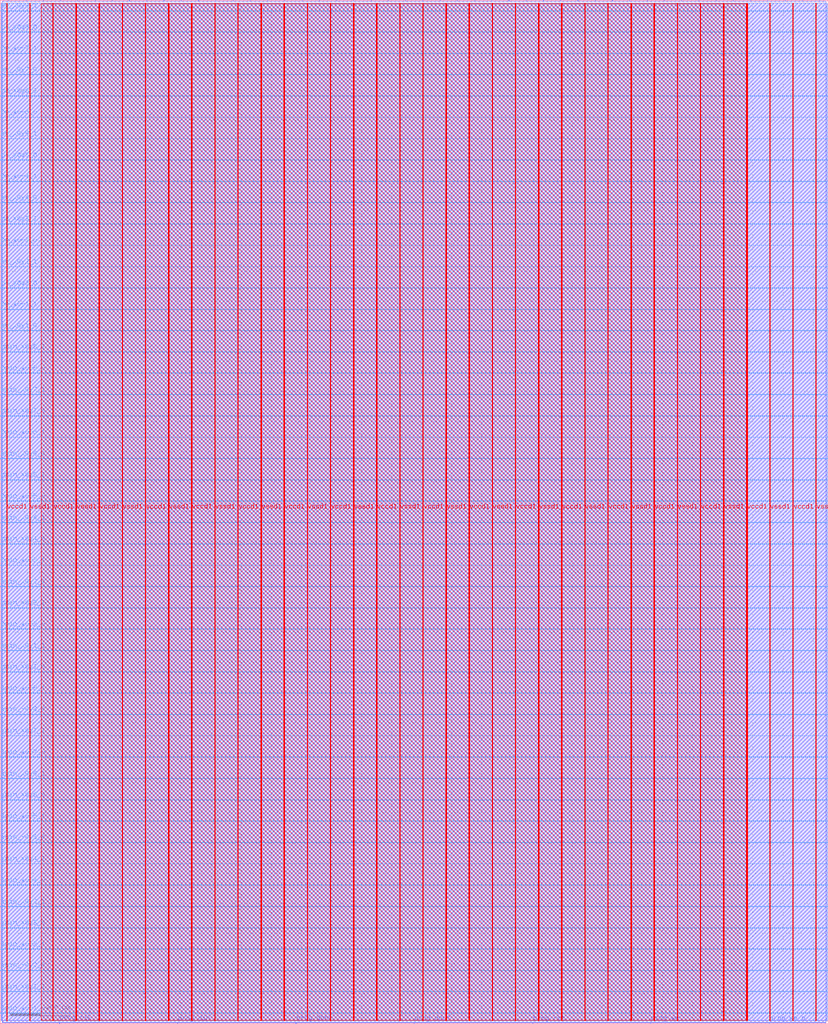
<source format=lef>
VERSION 5.7 ;
  NOWIREEXTENSIONATPIN ON ;
  DIVIDERCHAR "/" ;
  BUSBITCHARS "[]" ;
MACRO top
  CLASS BLOCK ;
  FOREIGN top ;
  ORIGIN 0.000 0.000 ;
  SIZE 2750.000 BY 3400.000 ;
  PIN ipin_x0y1_0
    DIRECTION INPUT ;
    USE SIGNAL ;
    PORT
      LAYER met3 ;
        RECT 0.000 35.400 4.000 36.000 ;
    END
  END ipin_x0y1_0
  PIN ipin_x0y1_1
    DIRECTION INPUT ;
    USE SIGNAL ;
    PORT
      LAYER met3 ;
        RECT 0.000 106.120 4.000 106.720 ;
    END
  END ipin_x0y1_1
  PIN ipin_x0y2_0
    DIRECTION INPUT ;
    USE SIGNAL ;
    PORT
      LAYER met3 ;
        RECT 0.000 176.840 4.000 177.440 ;
    END
  END ipin_x0y2_0
  PIN ipin_x0y2_1
    DIRECTION INPUT ;
    USE SIGNAL ;
    PORT
      LAYER met3 ;
        RECT 0.000 247.560 4.000 248.160 ;
    END
  END ipin_x0y2_1
  PIN ipin_x0y3_0
    DIRECTION INPUT ;
    USE SIGNAL ;
    PORT
      LAYER met3 ;
        RECT 0.000 318.280 4.000 318.880 ;
    END
  END ipin_x0y3_0
  PIN ipin_x0y3_1
    DIRECTION INPUT ;
    USE SIGNAL ;
    PORT
      LAYER met3 ;
        RECT 0.000 389.000 4.000 389.600 ;
    END
  END ipin_x0y3_1
  PIN ipin_x0y4_0
    DIRECTION INPUT ;
    USE SIGNAL ;
    PORT
      LAYER met3 ;
        RECT 0.000 460.400 4.000 461.000 ;
    END
  END ipin_x0y4_0
  PIN ipin_x0y4_1
    DIRECTION INPUT ;
    USE SIGNAL ;
    PORT
      LAYER met3 ;
        RECT 0.000 531.120 4.000 531.720 ;
    END
  END ipin_x0y4_1
  PIN ipin_x0y5_0
    DIRECTION INPUT ;
    USE SIGNAL ;
    PORT
      LAYER met3 ;
        RECT 0.000 601.840 4.000 602.440 ;
    END
  END ipin_x0y5_0
  PIN ipin_x0y5_1
    DIRECTION INPUT ;
    USE SIGNAL ;
    PORT
      LAYER met3 ;
        RECT 0.000 672.560 4.000 673.160 ;
    END
  END ipin_x0y5_1
  PIN ipin_x0y6_0
    DIRECTION INPUT ;
    USE SIGNAL ;
    PORT
      LAYER met3 ;
        RECT 0.000 743.280 4.000 743.880 ;
    END
  END ipin_x0y6_0
  PIN ipin_x0y6_1
    DIRECTION INPUT ;
    USE SIGNAL ;
    PORT
      LAYER met3 ;
        RECT 0.000 814.000 4.000 814.600 ;
    END
  END ipin_x0y6_1
  PIN ipin_x0y7_0
    DIRECTION INPUT ;
    USE SIGNAL ;
    PORT
      LAYER met3 ;
        RECT 0.000 885.400 4.000 886.000 ;
    END
  END ipin_x0y7_0
  PIN ipin_x0y7_1
    DIRECTION INPUT ;
    USE SIGNAL ;
    PORT
      LAYER met3 ;
        RECT 0.000 956.120 4.000 956.720 ;
    END
  END ipin_x0y7_1
  PIN ipin_x0y8_0
    DIRECTION INPUT ;
    USE SIGNAL ;
    PORT
      LAYER met3 ;
        RECT 0.000 1026.840 4.000 1027.440 ;
    END
  END ipin_x0y8_0
  PIN ipin_x0y8_1
    DIRECTION INPUT ;
    USE SIGNAL ;
    PORT
      LAYER met3 ;
        RECT 0.000 1097.560 4.000 1098.160 ;
    END
  END ipin_x0y8_1
  PIN ipin_x1y9_0
    DIRECTION INPUT ;
    USE SIGNAL ;
    PORT
      LAYER met2 ;
        RECT 28.610 3396.000 28.890 3400.000 ;
    END
  END ipin_x1y9_0
  PIN ipin_x1y9_1
    DIRECTION INPUT ;
    USE SIGNAL ;
    PORT
      LAYER met2 ;
        RECT 85.650 3396.000 85.930 3400.000 ;
    END
  END ipin_x1y9_1
  PIN ipin_x2y9_0
    DIRECTION INPUT ;
    USE SIGNAL ;
    PORT
      LAYER met2 ;
        RECT 143.150 3396.000 143.430 3400.000 ;
    END
  END ipin_x2y9_0
  PIN ipin_x2y9_1
    DIRECTION INPUT ;
    USE SIGNAL ;
    PORT
      LAYER met2 ;
        RECT 200.190 3396.000 200.470 3400.000 ;
    END
  END ipin_x2y9_1
  PIN ipin_x3y9_0
    DIRECTION INPUT ;
    USE SIGNAL ;
    PORT
      LAYER met2 ;
        RECT 257.690 3396.000 257.970 3400.000 ;
    END
  END ipin_x3y9_0
  PIN ipin_x3y9_1
    DIRECTION INPUT ;
    USE SIGNAL ;
    PORT
      LAYER met2 ;
        RECT 314.730 3396.000 315.010 3400.000 ;
    END
  END ipin_x3y9_1
  PIN ipin_x4y9_0
    DIRECTION INPUT ;
    USE SIGNAL ;
    PORT
      LAYER met2 ;
        RECT 372.230 3396.000 372.510 3400.000 ;
    END
  END ipin_x4y9_0
  PIN ipin_x4y9_1
    DIRECTION INPUT ;
    USE SIGNAL ;
    PORT
      LAYER met2 ;
        RECT 429.270 3396.000 429.550 3400.000 ;
    END
  END ipin_x4y9_1
  PIN ipin_x5y9_0
    DIRECTION INPUT ;
    USE SIGNAL ;
    PORT
      LAYER met2 ;
        RECT 486.770 3396.000 487.050 3400.000 ;
    END
  END ipin_x5y9_0
  PIN ipin_x5y9_1
    DIRECTION INPUT ;
    USE SIGNAL ;
    PORT
      LAYER met2 ;
        RECT 543.810 3396.000 544.090 3400.000 ;
    END
  END ipin_x5y9_1
  PIN ipin_x6y9_0
    DIRECTION INPUT ;
    USE SIGNAL ;
    PORT
      LAYER met2 ;
        RECT 601.310 3396.000 601.590 3400.000 ;
    END
  END ipin_x6y9_0
  PIN ipin_x6y9_1
    DIRECTION INPUT ;
    USE SIGNAL ;
    PORT
      LAYER met2 ;
        RECT 658.350 3396.000 658.630 3400.000 ;
    END
  END ipin_x6y9_1
  PIN ipin_x7y9_0
    DIRECTION INPUT ;
    USE SIGNAL ;
    PORT
      LAYER met2 ;
        RECT 715.850 3396.000 716.130 3400.000 ;
    END
  END ipin_x7y9_0
  PIN ipin_x7y9_1
    DIRECTION INPUT ;
    USE SIGNAL ;
    PORT
      LAYER met2 ;
        RECT 773.350 3396.000 773.630 3400.000 ;
    END
  END ipin_x7y9_1
  PIN ipin_x8y9_0
    DIRECTION INPUT ;
    USE SIGNAL ;
    PORT
      LAYER met2 ;
        RECT 830.390 3396.000 830.670 3400.000 ;
    END
  END ipin_x8y9_0
  PIN ipin_x8y9_1
    DIRECTION INPUT ;
    USE SIGNAL ;
    PORT
      LAYER met2 ;
        RECT 887.890 3396.000 888.170 3400.000 ;
    END
  END ipin_x8y9_1
  PIN ipin_x9y1_0
    DIRECTION INPUT ;
    USE SIGNAL ;
    PORT
      LAYER met3 ;
        RECT 2746.000 35.400 2750.000 36.000 ;
    END
  END ipin_x9y1_0
  PIN ipin_x9y1_1
    DIRECTION INPUT ;
    USE SIGNAL ;
    PORT
      LAYER met3 ;
        RECT 2746.000 106.120 2750.000 106.720 ;
    END
  END ipin_x9y1_1
  PIN ipin_x9y2_0
    DIRECTION INPUT ;
    USE SIGNAL ;
    PORT
      LAYER met3 ;
        RECT 2746.000 176.840 2750.000 177.440 ;
    END
  END ipin_x9y2_0
  PIN ipin_x9y2_1
    DIRECTION INPUT ;
    USE SIGNAL ;
    PORT
      LAYER met3 ;
        RECT 2746.000 247.560 2750.000 248.160 ;
    END
  END ipin_x9y2_1
  PIN ipin_x9y3_0
    DIRECTION INPUT ;
    USE SIGNAL ;
    PORT
      LAYER met3 ;
        RECT 2746.000 318.280 2750.000 318.880 ;
    END
  END ipin_x9y3_0
  PIN ipin_x9y3_1
    DIRECTION INPUT ;
    USE SIGNAL ;
    PORT
      LAYER met3 ;
        RECT 2746.000 389.000 2750.000 389.600 ;
    END
  END ipin_x9y3_1
  PIN ipin_x9y4_0
    DIRECTION INPUT ;
    USE SIGNAL ;
    PORT
      LAYER met3 ;
        RECT 2746.000 460.400 2750.000 461.000 ;
    END
  END ipin_x9y4_0
  PIN ipin_x9y4_1
    DIRECTION INPUT ;
    USE SIGNAL ;
    PORT
      LAYER met3 ;
        RECT 2746.000 531.120 2750.000 531.720 ;
    END
  END ipin_x9y4_1
  PIN ipin_x9y5_0
    DIRECTION INPUT ;
    USE SIGNAL ;
    PORT
      LAYER met3 ;
        RECT 2746.000 601.840 2750.000 602.440 ;
    END
  END ipin_x9y5_0
  PIN ipin_x9y5_1
    DIRECTION INPUT ;
    USE SIGNAL ;
    PORT
      LAYER met3 ;
        RECT 2746.000 672.560 2750.000 673.160 ;
    END
  END ipin_x9y5_1
  PIN ipin_x9y6_0
    DIRECTION INPUT ;
    USE SIGNAL ;
    PORT
      LAYER met3 ;
        RECT 2746.000 743.280 2750.000 743.880 ;
    END
  END ipin_x9y6_0
  PIN ipin_x9y6_1
    DIRECTION INPUT ;
    USE SIGNAL ;
    PORT
      LAYER met3 ;
        RECT 2746.000 814.000 2750.000 814.600 ;
    END
  END ipin_x9y6_1
  PIN ipin_x9y7_0
    DIRECTION INPUT ;
    USE SIGNAL ;
    PORT
      LAYER met3 ;
        RECT 2746.000 885.400 2750.000 886.000 ;
    END
  END ipin_x9y7_0
  PIN ipin_x9y7_1
    DIRECTION INPUT ;
    USE SIGNAL ;
    PORT
      LAYER met3 ;
        RECT 2746.000 956.120 2750.000 956.720 ;
    END
  END ipin_x9y7_1
  PIN ipin_x9y8_0
    DIRECTION INPUT ;
    USE SIGNAL ;
    PORT
      LAYER met3 ;
        RECT 2746.000 1026.840 2750.000 1027.440 ;
    END
  END ipin_x9y8_0
  PIN ipin_x9y8_1
    DIRECTION INPUT ;
    USE SIGNAL ;
    PORT
      LAYER met3 ;
        RECT 2746.000 1097.560 2750.000 1098.160 ;
    END
  END ipin_x9y8_1
  PIN oe_x0y1_0
    DIRECTION OUTPUT TRISTATE ;
    USE SIGNAL ;
    PORT
      LAYER met3 ;
        RECT 0.000 2301.840 4.000 2302.440 ;
    END
  END oe_x0y1_0
  PIN oe_x0y1_1
    DIRECTION OUTPUT TRISTATE ;
    USE SIGNAL ;
    PORT
      LAYER met3 ;
        RECT 0.000 2372.560 4.000 2373.160 ;
    END
  END oe_x0y1_1
  PIN oe_x0y2_0
    DIRECTION OUTPUT TRISTATE ;
    USE SIGNAL ;
    PORT
      LAYER met3 ;
        RECT 0.000 2443.280 4.000 2443.880 ;
    END
  END oe_x0y2_0
  PIN oe_x0y2_1
    DIRECTION OUTPUT TRISTATE ;
    USE SIGNAL ;
    PORT
      LAYER met3 ;
        RECT 0.000 2514.000 4.000 2514.600 ;
    END
  END oe_x0y2_1
  PIN oe_x0y3_0
    DIRECTION OUTPUT TRISTATE ;
    USE SIGNAL ;
    PORT
      LAYER met3 ;
        RECT 0.000 2585.400 4.000 2586.000 ;
    END
  END oe_x0y3_0
  PIN oe_x0y3_1
    DIRECTION OUTPUT TRISTATE ;
    USE SIGNAL ;
    PORT
      LAYER met3 ;
        RECT 0.000 2656.120 4.000 2656.720 ;
    END
  END oe_x0y3_1
  PIN oe_x0y4_0
    DIRECTION OUTPUT TRISTATE ;
    USE SIGNAL ;
    PORT
      LAYER met3 ;
        RECT 0.000 2726.840 4.000 2727.440 ;
    END
  END oe_x0y4_0
  PIN oe_x0y4_1
    DIRECTION OUTPUT TRISTATE ;
    USE SIGNAL ;
    PORT
      LAYER met3 ;
        RECT 0.000 2797.560 4.000 2798.160 ;
    END
  END oe_x0y4_1
  PIN oe_x0y5_0
    DIRECTION OUTPUT TRISTATE ;
    USE SIGNAL ;
    PORT
      LAYER met3 ;
        RECT 0.000 2868.280 4.000 2868.880 ;
    END
  END oe_x0y5_0
  PIN oe_x0y5_1
    DIRECTION OUTPUT TRISTATE ;
    USE SIGNAL ;
    PORT
      LAYER met3 ;
        RECT 0.000 2939.000 4.000 2939.600 ;
    END
  END oe_x0y5_1
  PIN oe_x0y6_0
    DIRECTION OUTPUT TRISTATE ;
    USE SIGNAL ;
    PORT
      LAYER met3 ;
        RECT 0.000 3010.400 4.000 3011.000 ;
    END
  END oe_x0y6_0
  PIN oe_x0y6_1
    DIRECTION OUTPUT TRISTATE ;
    USE SIGNAL ;
    PORT
      LAYER met3 ;
        RECT 0.000 3081.120 4.000 3081.720 ;
    END
  END oe_x0y6_1
  PIN oe_x0y7_0
    DIRECTION OUTPUT TRISTATE ;
    USE SIGNAL ;
    PORT
      LAYER met3 ;
        RECT 0.000 3151.840 4.000 3152.440 ;
    END
  END oe_x0y7_0
  PIN oe_x0y7_1
    DIRECTION OUTPUT TRISTATE ;
    USE SIGNAL ;
    PORT
      LAYER met3 ;
        RECT 0.000 3222.560 4.000 3223.160 ;
    END
  END oe_x0y7_1
  PIN oe_x0y8_0
    DIRECTION OUTPUT TRISTATE ;
    USE SIGNAL ;
    PORT
      LAYER met3 ;
        RECT 0.000 3293.280 4.000 3293.880 ;
    END
  END oe_x0y8_0
  PIN oe_x0y8_1
    DIRECTION OUTPUT TRISTATE ;
    USE SIGNAL ;
    PORT
      LAYER met3 ;
        RECT 0.000 3364.000 4.000 3364.600 ;
    END
  END oe_x0y8_1
  PIN oe_x1y9_0
    DIRECTION OUTPUT TRISTATE ;
    USE SIGNAL ;
    PORT
      LAYER met2 ;
        RECT 1861.710 3396.000 1861.990 3400.000 ;
    END
  END oe_x1y9_0
  PIN oe_x1y9_1
    DIRECTION OUTPUT TRISTATE ;
    USE SIGNAL ;
    PORT
      LAYER met2 ;
        RECT 1918.750 3396.000 1919.030 3400.000 ;
    END
  END oe_x1y9_1
  PIN oe_x2y9_0
    DIRECTION OUTPUT TRISTATE ;
    USE SIGNAL ;
    PORT
      LAYER met2 ;
        RECT 1976.250 3396.000 1976.530 3400.000 ;
    END
  END oe_x2y9_0
  PIN oe_x2y9_1
    DIRECTION OUTPUT TRISTATE ;
    USE SIGNAL ;
    PORT
      LAYER met2 ;
        RECT 2033.290 3396.000 2033.570 3400.000 ;
    END
  END oe_x2y9_1
  PIN oe_x3y9_0
    DIRECTION OUTPUT TRISTATE ;
    USE SIGNAL ;
    PORT
      LAYER met2 ;
        RECT 2090.790 3396.000 2091.070 3400.000 ;
    END
  END oe_x3y9_0
  PIN oe_x3y9_1
    DIRECTION OUTPUT TRISTATE ;
    USE SIGNAL ;
    PORT
      LAYER met2 ;
        RECT 2148.290 3396.000 2148.570 3400.000 ;
    END
  END oe_x3y9_1
  PIN oe_x4y9_0
    DIRECTION OUTPUT TRISTATE ;
    USE SIGNAL ;
    PORT
      LAYER met2 ;
        RECT 2205.330 3396.000 2205.610 3400.000 ;
    END
  END oe_x4y9_0
  PIN oe_x4y9_1
    DIRECTION OUTPUT TRISTATE ;
    USE SIGNAL ;
    PORT
      LAYER met2 ;
        RECT 2262.830 3396.000 2263.110 3400.000 ;
    END
  END oe_x4y9_1
  PIN oe_x5y9_0
    DIRECTION OUTPUT TRISTATE ;
    USE SIGNAL ;
    PORT
      LAYER met2 ;
        RECT 2319.870 3396.000 2320.150 3400.000 ;
    END
  END oe_x5y9_0
  PIN oe_x5y9_1
    DIRECTION OUTPUT TRISTATE ;
    USE SIGNAL ;
    PORT
      LAYER met2 ;
        RECT 2377.370 3396.000 2377.650 3400.000 ;
    END
  END oe_x5y9_1
  PIN oe_x6y9_0
    DIRECTION OUTPUT TRISTATE ;
    USE SIGNAL ;
    PORT
      LAYER met2 ;
        RECT 2434.410 3396.000 2434.690 3400.000 ;
    END
  END oe_x6y9_0
  PIN oe_x6y9_1
    DIRECTION OUTPUT TRISTATE ;
    USE SIGNAL ;
    PORT
      LAYER met2 ;
        RECT 2491.910 3396.000 2492.190 3400.000 ;
    END
  END oe_x6y9_1
  PIN oe_x7y9_0
    DIRECTION OUTPUT TRISTATE ;
    USE SIGNAL ;
    PORT
      LAYER met2 ;
        RECT 2548.950 3396.000 2549.230 3400.000 ;
    END
  END oe_x7y9_0
  PIN oe_x7y9_1
    DIRECTION OUTPUT TRISTATE ;
    USE SIGNAL ;
    PORT
      LAYER met2 ;
        RECT 2606.450 3396.000 2606.730 3400.000 ;
    END
  END oe_x7y9_1
  PIN oe_x8y9_0
    DIRECTION OUTPUT TRISTATE ;
    USE SIGNAL ;
    PORT
      LAYER met2 ;
        RECT 2663.490 3396.000 2663.770 3400.000 ;
    END
  END oe_x8y9_0
  PIN oe_x8y9_1
    DIRECTION OUTPUT TRISTATE ;
    USE SIGNAL ;
    PORT
      LAYER met2 ;
        RECT 2720.990 3396.000 2721.270 3400.000 ;
    END
  END oe_x8y9_1
  PIN oe_x9y1_0
    DIRECTION OUTPUT TRISTATE ;
    USE SIGNAL ;
    PORT
      LAYER met3 ;
        RECT 2746.000 2301.840 2750.000 2302.440 ;
    END
  END oe_x9y1_0
  PIN oe_x9y1_1
    DIRECTION OUTPUT TRISTATE ;
    USE SIGNAL ;
    PORT
      LAYER met3 ;
        RECT 2746.000 2372.560 2750.000 2373.160 ;
    END
  END oe_x9y1_1
  PIN oe_x9y2_0
    DIRECTION OUTPUT TRISTATE ;
    USE SIGNAL ;
    PORT
      LAYER met3 ;
        RECT 2746.000 2443.280 2750.000 2443.880 ;
    END
  END oe_x9y2_0
  PIN oe_x9y2_1
    DIRECTION OUTPUT TRISTATE ;
    USE SIGNAL ;
    PORT
      LAYER met3 ;
        RECT 2746.000 2514.000 2750.000 2514.600 ;
    END
  END oe_x9y2_1
  PIN oe_x9y3_0
    DIRECTION OUTPUT TRISTATE ;
    USE SIGNAL ;
    PORT
      LAYER met3 ;
        RECT 2746.000 2585.400 2750.000 2586.000 ;
    END
  END oe_x9y3_0
  PIN oe_x9y3_1
    DIRECTION OUTPUT TRISTATE ;
    USE SIGNAL ;
    PORT
      LAYER met3 ;
        RECT 2746.000 2656.120 2750.000 2656.720 ;
    END
  END oe_x9y3_1
  PIN oe_x9y4_0
    DIRECTION OUTPUT TRISTATE ;
    USE SIGNAL ;
    PORT
      LAYER met3 ;
        RECT 2746.000 2726.840 2750.000 2727.440 ;
    END
  END oe_x9y4_0
  PIN oe_x9y4_1
    DIRECTION OUTPUT TRISTATE ;
    USE SIGNAL ;
    PORT
      LAYER met3 ;
        RECT 2746.000 2797.560 2750.000 2798.160 ;
    END
  END oe_x9y4_1
  PIN oe_x9y5_0
    DIRECTION OUTPUT TRISTATE ;
    USE SIGNAL ;
    PORT
      LAYER met3 ;
        RECT 2746.000 2868.280 2750.000 2868.880 ;
    END
  END oe_x9y5_0
  PIN oe_x9y5_1
    DIRECTION OUTPUT TRISTATE ;
    USE SIGNAL ;
    PORT
      LAYER met3 ;
        RECT 2746.000 2939.000 2750.000 2939.600 ;
    END
  END oe_x9y5_1
  PIN oe_x9y6_0
    DIRECTION OUTPUT TRISTATE ;
    USE SIGNAL ;
    PORT
      LAYER met3 ;
        RECT 2746.000 3010.400 2750.000 3011.000 ;
    END
  END oe_x9y6_0
  PIN oe_x9y6_1
    DIRECTION OUTPUT TRISTATE ;
    USE SIGNAL ;
    PORT
      LAYER met3 ;
        RECT 2746.000 3081.120 2750.000 3081.720 ;
    END
  END oe_x9y6_1
  PIN oe_x9y7_0
    DIRECTION OUTPUT TRISTATE ;
    USE SIGNAL ;
    PORT
      LAYER met3 ;
        RECT 2746.000 3151.840 2750.000 3152.440 ;
    END
  END oe_x9y7_0
  PIN oe_x9y7_1
    DIRECTION OUTPUT TRISTATE ;
    USE SIGNAL ;
    PORT
      LAYER met3 ;
        RECT 2746.000 3222.560 2750.000 3223.160 ;
    END
  END oe_x9y7_1
  PIN oe_x9y8_0
    DIRECTION OUTPUT TRISTATE ;
    USE SIGNAL ;
    PORT
      LAYER met3 ;
        RECT 2746.000 3293.280 2750.000 3293.880 ;
    END
  END oe_x9y8_0
  PIN oe_x9y8_1
    DIRECTION OUTPUT TRISTATE ;
    USE SIGNAL ;
    PORT
      LAYER met3 ;
        RECT 2746.000 3364.000 2750.000 3364.600 ;
    END
  END oe_x9y8_1
  PIN opin_x0y1_0
    DIRECTION OUTPUT TRISTATE ;
    USE SIGNAL ;
    PORT
      LAYER met3 ;
        RECT 0.000 1168.280 4.000 1168.880 ;
    END
  END opin_x0y1_0
  PIN opin_x0y1_1
    DIRECTION OUTPUT TRISTATE ;
    USE SIGNAL ;
    PORT
      LAYER met3 ;
        RECT 0.000 1239.000 4.000 1239.600 ;
    END
  END opin_x0y1_1
  PIN opin_x0y2_0
    DIRECTION OUTPUT TRISTATE ;
    USE SIGNAL ;
    PORT
      LAYER met3 ;
        RECT 0.000 1310.400 4.000 1311.000 ;
    END
  END opin_x0y2_0
  PIN opin_x0y2_1
    DIRECTION OUTPUT TRISTATE ;
    USE SIGNAL ;
    PORT
      LAYER met3 ;
        RECT 0.000 1381.120 4.000 1381.720 ;
    END
  END opin_x0y2_1
  PIN opin_x0y3_0
    DIRECTION OUTPUT TRISTATE ;
    USE SIGNAL ;
    PORT
      LAYER met3 ;
        RECT 0.000 1451.840 4.000 1452.440 ;
    END
  END opin_x0y3_0
  PIN opin_x0y3_1
    DIRECTION OUTPUT TRISTATE ;
    USE SIGNAL ;
    PORT
      LAYER met3 ;
        RECT 0.000 1522.560 4.000 1523.160 ;
    END
  END opin_x0y3_1
  PIN opin_x0y4_0
    DIRECTION OUTPUT TRISTATE ;
    USE SIGNAL ;
    PORT
      LAYER met3 ;
        RECT 0.000 1593.280 4.000 1593.880 ;
    END
  END opin_x0y4_0
  PIN opin_x0y4_1
    DIRECTION OUTPUT TRISTATE ;
    USE SIGNAL ;
    PORT
      LAYER met3 ;
        RECT 0.000 1664.000 4.000 1664.600 ;
    END
  END opin_x0y4_1
  PIN opin_x0y5_0
    DIRECTION OUTPUT TRISTATE ;
    USE SIGNAL ;
    PORT
      LAYER met3 ;
        RECT 0.000 1735.400 4.000 1736.000 ;
    END
  END opin_x0y5_0
  PIN opin_x0y5_1
    DIRECTION OUTPUT TRISTATE ;
    USE SIGNAL ;
    PORT
      LAYER met3 ;
        RECT 0.000 1806.120 4.000 1806.720 ;
    END
  END opin_x0y5_1
  PIN opin_x0y6_0
    DIRECTION OUTPUT TRISTATE ;
    USE SIGNAL ;
    PORT
      LAYER met3 ;
        RECT 0.000 1876.840 4.000 1877.440 ;
    END
  END opin_x0y6_0
  PIN opin_x0y6_1
    DIRECTION OUTPUT TRISTATE ;
    USE SIGNAL ;
    PORT
      LAYER met3 ;
        RECT 0.000 1947.560 4.000 1948.160 ;
    END
  END opin_x0y6_1
  PIN opin_x0y7_0
    DIRECTION OUTPUT TRISTATE ;
    USE SIGNAL ;
    PORT
      LAYER met3 ;
        RECT 0.000 2018.280 4.000 2018.880 ;
    END
  END opin_x0y7_0
  PIN opin_x0y7_1
    DIRECTION OUTPUT TRISTATE ;
    USE SIGNAL ;
    PORT
      LAYER met3 ;
        RECT 0.000 2089.000 4.000 2089.600 ;
    END
  END opin_x0y7_1
  PIN opin_x0y8_0
    DIRECTION OUTPUT TRISTATE ;
    USE SIGNAL ;
    PORT
      LAYER met3 ;
        RECT 0.000 2160.400 4.000 2161.000 ;
    END
  END opin_x0y8_0
  PIN opin_x0y8_1
    DIRECTION OUTPUT TRISTATE ;
    USE SIGNAL ;
    PORT
      LAYER met3 ;
        RECT 0.000 2231.120 4.000 2231.720 ;
    END
  END opin_x0y8_1
  PIN opin_x1y9_0
    DIRECTION OUTPUT TRISTATE ;
    USE SIGNAL ;
    PORT
      LAYER met2 ;
        RECT 944.930 3396.000 945.210 3400.000 ;
    END
  END opin_x1y9_0
  PIN opin_x1y9_1
    DIRECTION OUTPUT TRISTATE ;
    USE SIGNAL ;
    PORT
      LAYER met2 ;
        RECT 1002.430 3396.000 1002.710 3400.000 ;
    END
  END opin_x1y9_1
  PIN opin_x2y9_0
    DIRECTION OUTPUT TRISTATE ;
    USE SIGNAL ;
    PORT
      LAYER met2 ;
        RECT 1059.470 3396.000 1059.750 3400.000 ;
    END
  END opin_x2y9_0
  PIN opin_x2y9_1
    DIRECTION OUTPUT TRISTATE ;
    USE SIGNAL ;
    PORT
      LAYER met2 ;
        RECT 1116.970 3396.000 1117.250 3400.000 ;
    END
  END opin_x2y9_1
  PIN opin_x3y9_0
    DIRECTION OUTPUT TRISTATE ;
    USE SIGNAL ;
    PORT
      LAYER met2 ;
        RECT 1174.010 3396.000 1174.290 3400.000 ;
    END
  END opin_x3y9_0
  PIN opin_x3y9_1
    DIRECTION OUTPUT TRISTATE ;
    USE SIGNAL ;
    PORT
      LAYER met2 ;
        RECT 1231.510 3396.000 1231.790 3400.000 ;
    END
  END opin_x3y9_1
  PIN opin_x4y9_0
    DIRECTION OUTPUT TRISTATE ;
    USE SIGNAL ;
    PORT
      LAYER met2 ;
        RECT 1288.550 3396.000 1288.830 3400.000 ;
    END
  END opin_x4y9_0
  PIN opin_x4y9_1
    DIRECTION OUTPUT TRISTATE ;
    USE SIGNAL ;
    PORT
      LAYER met2 ;
        RECT 1346.050 3396.000 1346.330 3400.000 ;
    END
  END opin_x4y9_1
  PIN opin_x5y9_0
    DIRECTION OUTPUT TRISTATE ;
    USE SIGNAL ;
    PORT
      LAYER met2 ;
        RECT 1403.550 3396.000 1403.830 3400.000 ;
    END
  END opin_x5y9_0
  PIN opin_x5y9_1
    DIRECTION OUTPUT TRISTATE ;
    USE SIGNAL ;
    PORT
      LAYER met2 ;
        RECT 1460.590 3396.000 1460.870 3400.000 ;
    END
  END opin_x5y9_1
  PIN opin_x6y9_0
    DIRECTION OUTPUT TRISTATE ;
    USE SIGNAL ;
    PORT
      LAYER met2 ;
        RECT 1518.090 3396.000 1518.370 3400.000 ;
    END
  END opin_x6y9_0
  PIN opin_x6y9_1
    DIRECTION OUTPUT TRISTATE ;
    USE SIGNAL ;
    PORT
      LAYER met2 ;
        RECT 1575.130 3396.000 1575.410 3400.000 ;
    END
  END opin_x6y9_1
  PIN opin_x7y9_0
    DIRECTION OUTPUT TRISTATE ;
    USE SIGNAL ;
    PORT
      LAYER met2 ;
        RECT 1632.630 3396.000 1632.910 3400.000 ;
    END
  END opin_x7y9_0
  PIN opin_x7y9_1
    DIRECTION OUTPUT TRISTATE ;
    USE SIGNAL ;
    PORT
      LAYER met2 ;
        RECT 1689.670 3396.000 1689.950 3400.000 ;
    END
  END opin_x7y9_1
  PIN opin_x8y9_0
    DIRECTION OUTPUT TRISTATE ;
    USE SIGNAL ;
    PORT
      LAYER met2 ;
        RECT 1747.170 3396.000 1747.450 3400.000 ;
    END
  END opin_x8y9_0
  PIN opin_x8y9_1
    DIRECTION OUTPUT TRISTATE ;
    USE SIGNAL ;
    PORT
      LAYER met2 ;
        RECT 1804.210 3396.000 1804.490 3400.000 ;
    END
  END opin_x8y9_1
  PIN opin_x9y1_0
    DIRECTION OUTPUT TRISTATE ;
    USE SIGNAL ;
    PORT
      LAYER met3 ;
        RECT 2746.000 1168.280 2750.000 1168.880 ;
    END
  END opin_x9y1_0
  PIN opin_x9y1_1
    DIRECTION OUTPUT TRISTATE ;
    USE SIGNAL ;
    PORT
      LAYER met3 ;
        RECT 2746.000 1239.000 2750.000 1239.600 ;
    END
  END opin_x9y1_1
  PIN opin_x9y2_0
    DIRECTION OUTPUT TRISTATE ;
    USE SIGNAL ;
    PORT
      LAYER met3 ;
        RECT 2746.000 1310.400 2750.000 1311.000 ;
    END
  END opin_x9y2_0
  PIN opin_x9y2_1
    DIRECTION OUTPUT TRISTATE ;
    USE SIGNAL ;
    PORT
      LAYER met3 ;
        RECT 2746.000 1381.120 2750.000 1381.720 ;
    END
  END opin_x9y2_1
  PIN opin_x9y3_0
    DIRECTION OUTPUT TRISTATE ;
    USE SIGNAL ;
    PORT
      LAYER met3 ;
        RECT 2746.000 1451.840 2750.000 1452.440 ;
    END
  END opin_x9y3_0
  PIN opin_x9y3_1
    DIRECTION OUTPUT TRISTATE ;
    USE SIGNAL ;
    PORT
      LAYER met3 ;
        RECT 2746.000 1522.560 2750.000 1523.160 ;
    END
  END opin_x9y3_1
  PIN opin_x9y4_0
    DIRECTION OUTPUT TRISTATE ;
    USE SIGNAL ;
    PORT
      LAYER met3 ;
        RECT 2746.000 1593.280 2750.000 1593.880 ;
    END
  END opin_x9y4_0
  PIN opin_x9y4_1
    DIRECTION OUTPUT TRISTATE ;
    USE SIGNAL ;
    PORT
      LAYER met3 ;
        RECT 2746.000 1664.000 2750.000 1664.600 ;
    END
  END opin_x9y4_1
  PIN opin_x9y5_0
    DIRECTION OUTPUT TRISTATE ;
    USE SIGNAL ;
    PORT
      LAYER met3 ;
        RECT 2746.000 1735.400 2750.000 1736.000 ;
    END
  END opin_x9y5_0
  PIN opin_x9y5_1
    DIRECTION OUTPUT TRISTATE ;
    USE SIGNAL ;
    PORT
      LAYER met3 ;
        RECT 2746.000 1806.120 2750.000 1806.720 ;
    END
  END opin_x9y5_1
  PIN opin_x9y6_0
    DIRECTION OUTPUT TRISTATE ;
    USE SIGNAL ;
    PORT
      LAYER met3 ;
        RECT 2746.000 1876.840 2750.000 1877.440 ;
    END
  END opin_x9y6_0
  PIN opin_x9y6_1
    DIRECTION OUTPUT TRISTATE ;
    USE SIGNAL ;
    PORT
      LAYER met3 ;
        RECT 2746.000 1947.560 2750.000 1948.160 ;
    END
  END opin_x9y6_1
  PIN opin_x9y7_0
    DIRECTION OUTPUT TRISTATE ;
    USE SIGNAL ;
    PORT
      LAYER met3 ;
        RECT 2746.000 2018.280 2750.000 2018.880 ;
    END
  END opin_x9y7_0
  PIN opin_x9y7_1
    DIRECTION OUTPUT TRISTATE ;
    USE SIGNAL ;
    PORT
      LAYER met3 ;
        RECT 2746.000 2089.000 2750.000 2089.600 ;
    END
  END opin_x9y7_1
  PIN opin_x9y8_0
    DIRECTION OUTPUT TRISTATE ;
    USE SIGNAL ;
    PORT
      LAYER met3 ;
        RECT 2746.000 2160.400 2750.000 2161.000 ;
    END
  END opin_x9y8_0
  PIN opin_x9y8_1
    DIRECTION OUTPUT TRISTATE ;
    USE SIGNAL ;
    PORT
      LAYER met3 ;
        RECT 2746.000 2231.120 2750.000 2231.720 ;
    END
  END opin_x9y8_1
  PIN prog_clk
    DIRECTION INPUT ;
    USE SIGNAL ;
    PORT
      LAYER met2 ;
        RECT 196.510 0.000 196.790 4.000 ;
    END
  END prog_clk
  PIN prog_din
    DIRECTION INPUT ;
    USE SIGNAL ;
    PORT
      LAYER met2 ;
        RECT 589.350 0.000 589.630 4.000 ;
    END
  END prog_din
  PIN prog_done
    DIRECTION INPUT ;
    USE SIGNAL ;
    PORT
      LAYER met2 ;
        RECT 982.190 0.000 982.470 4.000 ;
    END
  END prog_done
  PIN prog_dout
    DIRECTION OUTPUT TRISTATE ;
    USE SIGNAL ;
    PORT
      LAYER met2 ;
        RECT 1375.030 0.000 1375.310 4.000 ;
    END
  END prog_dout
  PIN prog_rst
    DIRECTION INPUT ;
    USE SIGNAL ;
    PORT
      LAYER met2 ;
        RECT 1767.870 0.000 1768.150 4.000 ;
    END
  END prog_rst
  PIN prog_we
    DIRECTION INPUT ;
    USE SIGNAL ;
    PORT
      LAYER met2 ;
        RECT 2160.710 0.000 2160.990 4.000 ;
    END
  END prog_we
  PIN prog_we_o
    DIRECTION OUTPUT TRISTATE ;
    USE SIGNAL ;
    PORT
      LAYER met2 ;
        RECT 2553.550 0.000 2553.830 4.000 ;
    END
  END prog_we_o
  PIN vccd1
    DIRECTION INPUT ;
    USE POWER ;
    PORT
      LAYER met4 ;
        RECT 21.040 10.640 22.640 3389.360 ;
    END
    PORT
      LAYER met4 ;
        RECT 174.640 10.640 176.240 3389.360 ;
    END
    PORT
      LAYER met4 ;
        RECT 328.240 10.640 329.840 3389.360 ;
    END
    PORT
      LAYER met4 ;
        RECT 481.840 10.640 483.440 3389.360 ;
    END
    PORT
      LAYER met4 ;
        RECT 635.440 10.640 637.040 3389.360 ;
    END
    PORT
      LAYER met4 ;
        RECT 789.040 10.640 790.640 3389.360 ;
    END
    PORT
      LAYER met4 ;
        RECT 942.640 10.640 944.240 3389.360 ;
    END
    PORT
      LAYER met4 ;
        RECT 1096.240 10.640 1097.840 3389.360 ;
    END
    PORT
      LAYER met4 ;
        RECT 1249.840 10.640 1251.440 3389.360 ;
    END
    PORT
      LAYER met4 ;
        RECT 1403.440 10.640 1405.040 3389.360 ;
    END
    PORT
      LAYER met4 ;
        RECT 1557.040 10.640 1558.640 3389.360 ;
    END
    PORT
      LAYER met4 ;
        RECT 1710.640 10.640 1712.240 3389.360 ;
    END
    PORT
      LAYER met4 ;
        RECT 1864.240 10.640 1865.840 3389.360 ;
    END
    PORT
      LAYER met4 ;
        RECT 2017.840 10.640 2019.440 3389.360 ;
    END
    PORT
      LAYER met4 ;
        RECT 2171.440 10.640 2173.040 3389.360 ;
    END
    PORT
      LAYER met4 ;
        RECT 2325.040 10.640 2326.640 3389.360 ;
    END
    PORT
      LAYER met4 ;
        RECT 2478.640 10.640 2480.240 3389.360 ;
    END
    PORT
      LAYER met4 ;
        RECT 2632.240 10.640 2633.840 3389.360 ;
    END
  END vccd1
  PIN vssd1
    DIRECTION INPUT ;
    USE GROUND ;
    PORT
      LAYER met4 ;
        RECT 97.840 10.640 99.440 3389.360 ;
    END
    PORT
      LAYER met4 ;
        RECT 251.440 10.640 253.040 3389.360 ;
    END
    PORT
      LAYER met4 ;
        RECT 405.040 10.640 406.640 3389.360 ;
    END
    PORT
      LAYER met4 ;
        RECT 558.640 10.640 560.240 3389.360 ;
    END
    PORT
      LAYER met4 ;
        RECT 712.240 10.640 713.840 3389.360 ;
    END
    PORT
      LAYER met4 ;
        RECT 865.840 10.640 867.440 3389.360 ;
    END
    PORT
      LAYER met4 ;
        RECT 1019.440 10.640 1021.040 3389.360 ;
    END
    PORT
      LAYER met4 ;
        RECT 1173.040 10.640 1174.640 3389.360 ;
    END
    PORT
      LAYER met4 ;
        RECT 1326.640 10.640 1328.240 3389.360 ;
    END
    PORT
      LAYER met4 ;
        RECT 1480.240 10.640 1481.840 3389.360 ;
    END
    PORT
      LAYER met4 ;
        RECT 1633.840 10.640 1635.440 3389.360 ;
    END
    PORT
      LAYER met4 ;
        RECT 1787.440 10.640 1789.040 3389.360 ;
    END
    PORT
      LAYER met4 ;
        RECT 1941.040 10.640 1942.640 3389.360 ;
    END
    PORT
      LAYER met4 ;
        RECT 2094.640 10.640 2096.240 3389.360 ;
    END
    PORT
      LAYER met4 ;
        RECT 2248.240 10.640 2249.840 3389.360 ;
    END
    PORT
      LAYER met4 ;
        RECT 2401.840 10.640 2403.440 3389.360 ;
    END
    PORT
      LAYER met4 ;
        RECT 2555.440 10.640 2557.040 3389.360 ;
    END
    PORT
      LAYER met4 ;
        RECT 2709.040 10.640 2710.640 3389.360 ;
    END
  END vssd1
  OBS
      LAYER li1 ;
        RECT 5.520 10.795 2744.360 3389.205 ;
      LAYER met1 ;
        RECT 5.520 10.640 2744.360 3389.360 ;
      LAYER met2 ;
        RECT 6.990 3395.720 28.330 3396.330 ;
        RECT 29.170 3395.720 85.370 3396.330 ;
        RECT 86.210 3395.720 142.870 3396.330 ;
        RECT 143.710 3395.720 199.910 3396.330 ;
        RECT 200.750 3395.720 257.410 3396.330 ;
        RECT 258.250 3395.720 314.450 3396.330 ;
        RECT 315.290 3395.720 371.950 3396.330 ;
        RECT 372.790 3395.720 428.990 3396.330 ;
        RECT 429.830 3395.720 486.490 3396.330 ;
        RECT 487.330 3395.720 543.530 3396.330 ;
        RECT 544.370 3395.720 601.030 3396.330 ;
        RECT 601.870 3395.720 658.070 3396.330 ;
        RECT 658.910 3395.720 715.570 3396.330 ;
        RECT 716.410 3395.720 773.070 3396.330 ;
        RECT 773.910 3395.720 830.110 3396.330 ;
        RECT 830.950 3395.720 887.610 3396.330 ;
        RECT 888.450 3395.720 944.650 3396.330 ;
        RECT 945.490 3395.720 1002.150 3396.330 ;
        RECT 1002.990 3395.720 1059.190 3396.330 ;
        RECT 1060.030 3395.720 1116.690 3396.330 ;
        RECT 1117.530 3395.720 1173.730 3396.330 ;
        RECT 1174.570 3395.720 1231.230 3396.330 ;
        RECT 1232.070 3395.720 1288.270 3396.330 ;
        RECT 1289.110 3395.720 1345.770 3396.330 ;
        RECT 1346.610 3395.720 1403.270 3396.330 ;
        RECT 1404.110 3395.720 1460.310 3396.330 ;
        RECT 1461.150 3395.720 1517.810 3396.330 ;
        RECT 1518.650 3395.720 1574.850 3396.330 ;
        RECT 1575.690 3395.720 1632.350 3396.330 ;
        RECT 1633.190 3395.720 1689.390 3396.330 ;
        RECT 1690.230 3395.720 1746.890 3396.330 ;
        RECT 1747.730 3395.720 1803.930 3396.330 ;
        RECT 1804.770 3395.720 1861.430 3396.330 ;
        RECT 1862.270 3395.720 1918.470 3396.330 ;
        RECT 1919.310 3395.720 1975.970 3396.330 ;
        RECT 1976.810 3395.720 2033.010 3396.330 ;
        RECT 2033.850 3395.720 2090.510 3396.330 ;
        RECT 2091.350 3395.720 2148.010 3396.330 ;
        RECT 2148.850 3395.720 2205.050 3396.330 ;
        RECT 2205.890 3395.720 2262.550 3396.330 ;
        RECT 2263.390 3395.720 2319.590 3396.330 ;
        RECT 2320.430 3395.720 2377.090 3396.330 ;
        RECT 2377.930 3395.720 2434.130 3396.330 ;
        RECT 2434.970 3395.720 2491.630 3396.330 ;
        RECT 2492.470 3395.720 2548.670 3396.330 ;
        RECT 2549.510 3395.720 2606.170 3396.330 ;
        RECT 2607.010 3395.720 2663.210 3396.330 ;
        RECT 2664.050 3395.720 2720.710 3396.330 ;
        RECT 2721.550 3395.720 2741.050 3396.330 ;
        RECT 6.990 4.280 2741.050 3395.720 ;
        RECT 6.990 4.000 196.230 4.280 ;
        RECT 197.070 4.000 589.070 4.280 ;
        RECT 589.910 4.000 981.910 4.280 ;
        RECT 982.750 4.000 1374.750 4.280 ;
        RECT 1375.590 4.000 1767.590 4.280 ;
        RECT 1768.430 4.000 2160.430 4.280 ;
        RECT 2161.270 4.000 2553.270 4.280 ;
        RECT 2554.110 4.000 2741.050 4.280 ;
      LAYER met3 ;
        RECT 4.000 3365.000 2746.000 3389.285 ;
        RECT 4.400 3363.600 2745.600 3365.000 ;
        RECT 4.000 3294.280 2746.000 3363.600 ;
        RECT 4.400 3292.880 2745.600 3294.280 ;
        RECT 4.000 3223.560 2746.000 3292.880 ;
        RECT 4.400 3222.160 2745.600 3223.560 ;
        RECT 4.000 3152.840 2746.000 3222.160 ;
        RECT 4.400 3151.440 2745.600 3152.840 ;
        RECT 4.000 3082.120 2746.000 3151.440 ;
        RECT 4.400 3080.720 2745.600 3082.120 ;
        RECT 4.000 3011.400 2746.000 3080.720 ;
        RECT 4.400 3010.000 2745.600 3011.400 ;
        RECT 4.000 2940.000 2746.000 3010.000 ;
        RECT 4.400 2938.600 2745.600 2940.000 ;
        RECT 4.000 2869.280 2746.000 2938.600 ;
        RECT 4.400 2867.880 2745.600 2869.280 ;
        RECT 4.000 2798.560 2746.000 2867.880 ;
        RECT 4.400 2797.160 2745.600 2798.560 ;
        RECT 4.000 2727.840 2746.000 2797.160 ;
        RECT 4.400 2726.440 2745.600 2727.840 ;
        RECT 4.000 2657.120 2746.000 2726.440 ;
        RECT 4.400 2655.720 2745.600 2657.120 ;
        RECT 4.000 2586.400 2746.000 2655.720 ;
        RECT 4.400 2585.000 2745.600 2586.400 ;
        RECT 4.000 2515.000 2746.000 2585.000 ;
        RECT 4.400 2513.600 2745.600 2515.000 ;
        RECT 4.000 2444.280 2746.000 2513.600 ;
        RECT 4.400 2442.880 2745.600 2444.280 ;
        RECT 4.000 2373.560 2746.000 2442.880 ;
        RECT 4.400 2372.160 2745.600 2373.560 ;
        RECT 4.000 2302.840 2746.000 2372.160 ;
        RECT 4.400 2301.440 2745.600 2302.840 ;
        RECT 4.000 2232.120 2746.000 2301.440 ;
        RECT 4.400 2230.720 2745.600 2232.120 ;
        RECT 4.000 2161.400 2746.000 2230.720 ;
        RECT 4.400 2160.000 2745.600 2161.400 ;
        RECT 4.000 2090.000 2746.000 2160.000 ;
        RECT 4.400 2088.600 2745.600 2090.000 ;
        RECT 4.000 2019.280 2746.000 2088.600 ;
        RECT 4.400 2017.880 2745.600 2019.280 ;
        RECT 4.000 1948.560 2746.000 2017.880 ;
        RECT 4.400 1947.160 2745.600 1948.560 ;
        RECT 4.000 1877.840 2746.000 1947.160 ;
        RECT 4.400 1876.440 2745.600 1877.840 ;
        RECT 4.000 1807.120 2746.000 1876.440 ;
        RECT 4.400 1805.720 2745.600 1807.120 ;
        RECT 4.000 1736.400 2746.000 1805.720 ;
        RECT 4.400 1735.000 2745.600 1736.400 ;
        RECT 4.000 1665.000 2746.000 1735.000 ;
        RECT 4.400 1663.600 2745.600 1665.000 ;
        RECT 4.000 1594.280 2746.000 1663.600 ;
        RECT 4.400 1592.880 2745.600 1594.280 ;
        RECT 4.000 1523.560 2746.000 1592.880 ;
        RECT 4.400 1522.160 2745.600 1523.560 ;
        RECT 4.000 1452.840 2746.000 1522.160 ;
        RECT 4.400 1451.440 2745.600 1452.840 ;
        RECT 4.000 1382.120 2746.000 1451.440 ;
        RECT 4.400 1380.720 2745.600 1382.120 ;
        RECT 4.000 1311.400 2746.000 1380.720 ;
        RECT 4.400 1310.000 2745.600 1311.400 ;
        RECT 4.000 1240.000 2746.000 1310.000 ;
        RECT 4.400 1238.600 2745.600 1240.000 ;
        RECT 4.000 1169.280 2746.000 1238.600 ;
        RECT 4.400 1167.880 2745.600 1169.280 ;
        RECT 4.000 1098.560 2746.000 1167.880 ;
        RECT 4.400 1097.160 2745.600 1098.560 ;
        RECT 4.000 1027.840 2746.000 1097.160 ;
        RECT 4.400 1026.440 2745.600 1027.840 ;
        RECT 4.000 957.120 2746.000 1026.440 ;
        RECT 4.400 955.720 2745.600 957.120 ;
        RECT 4.000 886.400 2746.000 955.720 ;
        RECT 4.400 885.000 2745.600 886.400 ;
        RECT 4.000 815.000 2746.000 885.000 ;
        RECT 4.400 813.600 2745.600 815.000 ;
        RECT 4.000 744.280 2746.000 813.600 ;
        RECT 4.400 742.880 2745.600 744.280 ;
        RECT 4.000 673.560 2746.000 742.880 ;
        RECT 4.400 672.160 2745.600 673.560 ;
        RECT 4.000 602.840 2746.000 672.160 ;
        RECT 4.400 601.440 2745.600 602.840 ;
        RECT 4.000 532.120 2746.000 601.440 ;
        RECT 4.400 530.720 2745.600 532.120 ;
        RECT 4.000 461.400 2746.000 530.720 ;
        RECT 4.400 460.000 2745.600 461.400 ;
        RECT 4.000 390.000 2746.000 460.000 ;
        RECT 4.400 388.600 2745.600 390.000 ;
        RECT 4.000 319.280 2746.000 388.600 ;
        RECT 4.400 317.880 2745.600 319.280 ;
        RECT 4.000 248.560 2746.000 317.880 ;
        RECT 4.400 247.160 2745.600 248.560 ;
        RECT 4.000 177.840 2746.000 247.160 ;
        RECT 4.400 176.440 2745.600 177.840 ;
        RECT 4.000 107.120 2746.000 176.440 ;
        RECT 4.400 105.720 2745.600 107.120 ;
        RECT 4.000 36.400 2746.000 105.720 ;
        RECT 4.400 35.000 2745.600 36.400 ;
        RECT 4.000 10.715 2746.000 35.000 ;
      LAYER met4 ;
        RECT 135.535 11.735 174.240 3388.265 ;
        RECT 176.640 11.735 251.040 3388.265 ;
        RECT 253.440 11.735 327.840 3388.265 ;
        RECT 330.240 11.735 404.640 3388.265 ;
        RECT 407.040 11.735 481.440 3388.265 ;
        RECT 483.840 11.735 558.240 3388.265 ;
        RECT 560.640 11.735 635.040 3388.265 ;
        RECT 637.440 11.735 711.840 3388.265 ;
        RECT 714.240 11.735 788.640 3388.265 ;
        RECT 791.040 11.735 865.440 3388.265 ;
        RECT 867.840 11.735 942.240 3388.265 ;
        RECT 944.640 11.735 1019.040 3388.265 ;
        RECT 1021.440 11.735 1095.840 3388.265 ;
        RECT 1098.240 11.735 1172.640 3388.265 ;
        RECT 1175.040 11.735 1249.440 3388.265 ;
        RECT 1251.840 11.735 1326.240 3388.265 ;
        RECT 1328.640 11.735 1403.040 3388.265 ;
        RECT 1405.440 11.735 1479.840 3388.265 ;
        RECT 1482.240 11.735 1556.640 3388.265 ;
        RECT 1559.040 11.735 1633.440 3388.265 ;
        RECT 1635.840 11.735 1710.240 3388.265 ;
        RECT 1712.640 11.735 1787.040 3388.265 ;
        RECT 1789.440 11.735 1863.840 3388.265 ;
        RECT 1866.240 11.735 1940.640 3388.265 ;
        RECT 1943.040 11.735 2017.440 3388.265 ;
        RECT 2019.840 11.735 2094.240 3388.265 ;
        RECT 2096.640 11.735 2171.040 3388.265 ;
        RECT 2173.440 11.735 2247.840 3388.265 ;
        RECT 2250.240 11.735 2324.640 3388.265 ;
        RECT 2327.040 11.735 2401.440 3388.265 ;
        RECT 2403.840 11.735 2478.240 3388.265 ;
        RECT 2480.640 11.735 2481.865 3388.265 ;
  END
END top
END LIBRARY


</source>
